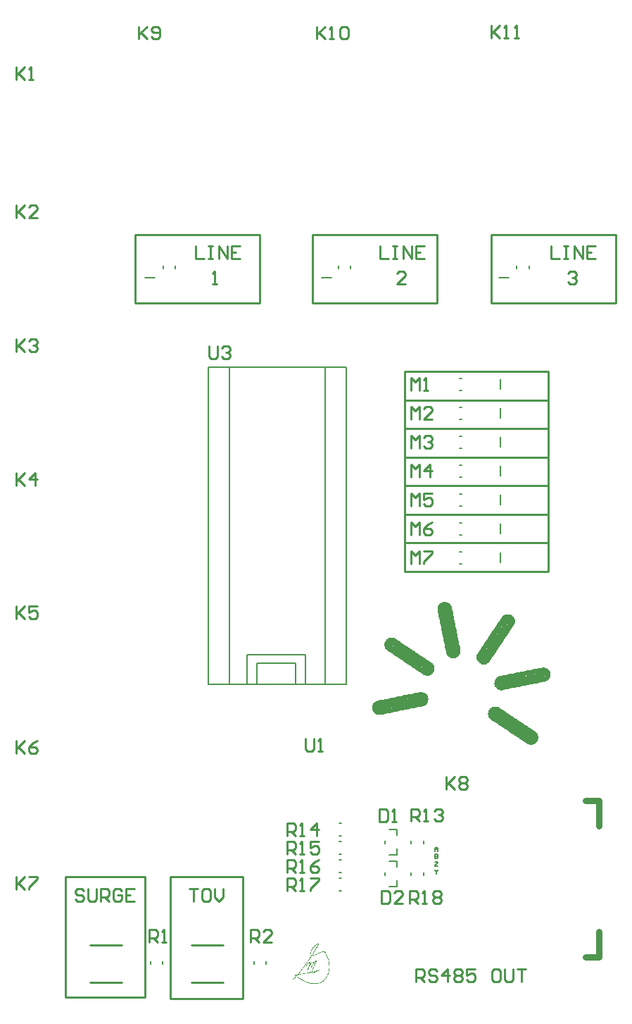
<source format=gto>
G04*
G04 #@! TF.GenerationSoftware,Altium Limited,Altium Designer,21.7.2 (23)*
G04*
G04 Layer_Color=65535*
%FSLAX25Y25*%
%MOIN*%
G70*
G04*
G04 #@! TF.SameCoordinates,2167A7DA-B4CF-4ED0-A09D-CB439950EC41*
G04*
G04*
G04 #@! TF.FilePolarity,Positive*
G04*
G01*
G75*
%ADD10C,0.01000*%
%ADD11C,0.00787*%
%ADD12C,0.00591*%
%ADD13C,0.03000*%
%ADD14C,0.00500*%
G36*
X228218Y28688D02*
X228088D01*
Y28429D01*
X227959D01*
Y28171D01*
X227829D01*
Y27912D01*
X227700D01*
Y27782D01*
X227571D01*
Y27523D01*
X227441D01*
Y27265D01*
X227312D01*
Y27135D01*
X227182D01*
Y26877D01*
X227053D01*
Y26618D01*
X226923D01*
Y26488D01*
X226794D01*
Y26229D01*
X226665D01*
Y25971D01*
X226535D01*
Y25841D01*
X226406D01*
Y25582D01*
X226276D01*
Y25324D01*
X226147D01*
Y25194D01*
X226018D01*
Y24935D01*
X225888D01*
Y24806D01*
X225759D01*
Y24677D01*
X225629D01*
Y24418D01*
X225500D01*
Y24288D01*
X225371D01*
Y24159D01*
X225500D01*
Y24029D01*
X226018D01*
Y24159D01*
X226535D01*
Y24288D01*
X226794D01*
Y24418D01*
X227053D01*
Y24547D01*
X227312D01*
Y24677D01*
X227571D01*
Y24806D01*
X227700D01*
Y24935D01*
X228088D01*
Y25065D01*
X228347D01*
Y25194D01*
X228606D01*
Y25324D01*
X228994D01*
Y25453D01*
X229382D01*
Y25582D01*
X229771D01*
Y25712D01*
X230288D01*
Y25841D01*
X231065D01*
Y25712D01*
X231324D01*
Y25582D01*
X231453D01*
Y25324D01*
X231582D01*
Y25065D01*
X231712D01*
Y24806D01*
X231841D01*
Y24547D01*
X231971D01*
Y24159D01*
X232100D01*
Y23900D01*
X232229D01*
Y23641D01*
X232359D01*
Y23382D01*
X232488D01*
Y23123D01*
X232618D01*
Y22865D01*
X232747D01*
Y22477D01*
X232876D01*
Y22088D01*
X233006D01*
Y21700D01*
X233135D01*
Y21182D01*
X233265D01*
Y20535D01*
X233394D01*
Y19500D01*
X233524D01*
Y17300D01*
X233394D01*
Y16523D01*
X233265D01*
Y16006D01*
X233135D01*
Y15618D01*
X233006D01*
Y15229D01*
X232876D01*
Y14841D01*
X232747D01*
Y14582D01*
X232618D01*
Y14323D01*
X232488D01*
Y14065D01*
X232359D01*
Y13806D01*
X232229D01*
Y13677D01*
X232100D01*
Y13418D01*
X231971D01*
Y13288D01*
X231841D01*
Y13029D01*
X231712D01*
Y12900D01*
X231582D01*
Y12771D01*
X231453D01*
Y12641D01*
X231324D01*
Y12382D01*
X231194D01*
Y12253D01*
X231065D01*
Y12123D01*
X230935D01*
Y11994D01*
X230806D01*
Y11865D01*
X230677D01*
Y11735D01*
X230547D01*
Y11606D01*
X230288D01*
Y11477D01*
X230159D01*
Y11347D01*
X229900D01*
Y11218D01*
X229771D01*
Y11088D01*
X229512D01*
Y10959D01*
X229253D01*
Y10829D01*
X228865D01*
Y10700D01*
X228477D01*
Y10571D01*
X227829D01*
Y10441D01*
X224982D01*
Y10571D01*
X224206D01*
Y10700D01*
X223688D01*
Y10829D01*
X223300D01*
Y10959D01*
X222912D01*
Y11088D01*
X222523D01*
Y11218D01*
X222265D01*
Y11347D01*
X221877D01*
Y11477D01*
X221618D01*
Y11606D01*
X221359D01*
Y11735D01*
X221100D01*
Y11865D01*
X220841D01*
Y11994D01*
X220712D01*
Y12123D01*
X220453D01*
Y12253D01*
X220194D01*
Y12382D01*
X220065D01*
Y12512D01*
X219806D01*
Y12641D01*
X219547D01*
Y12771D01*
X219288D01*
Y12900D01*
X219159D01*
Y13029D01*
X218900D01*
Y13159D01*
X218641D01*
Y13288D01*
X218382D01*
Y13418D01*
X218124D01*
Y13547D01*
X217994D01*
Y13677D01*
X217735D01*
Y13806D01*
X217477D01*
Y13677D01*
X217347D01*
Y13547D01*
X217218D01*
Y13288D01*
X217088D01*
Y13159D01*
X216959D01*
Y13029D01*
X216829D01*
Y12900D01*
X216700D01*
Y12771D01*
X216571D01*
Y12641D01*
X216441D01*
Y12512D01*
X216312D01*
Y12382D01*
X216182D01*
Y12771D01*
X216312D01*
Y13029D01*
X216571D01*
Y13159D01*
X216700D01*
Y13288D01*
X216829D01*
Y13418D01*
X216959D01*
Y13547D01*
X217088D01*
Y13677D01*
X217218D01*
Y13806D01*
X217347D01*
Y14065D01*
X217218D01*
Y14194D01*
X217088D01*
Y14323D01*
X216959D01*
Y14582D01*
X217088D01*
Y14712D01*
X217347D01*
Y14841D01*
X218253D01*
Y14971D01*
X218382D01*
Y15100D01*
X218512D01*
Y15229D01*
X218641D01*
Y15359D01*
X218771D01*
Y15488D01*
X218900D01*
Y15618D01*
X219029D01*
Y15747D01*
X219159D01*
Y16006D01*
X219288D01*
Y16135D01*
X219418D01*
Y16265D01*
X219547D01*
Y16394D01*
X219676D01*
Y16653D01*
X219806D01*
Y16782D01*
X219935D01*
Y16912D01*
X220065D01*
Y17041D01*
X220194D01*
Y17300D01*
X220323D01*
Y17429D01*
X220453D01*
Y17559D01*
X220582D01*
Y17818D01*
X220712D01*
Y17947D01*
X220841D01*
Y18077D01*
X220971D01*
Y18335D01*
X221100D01*
Y18465D01*
X221229D01*
Y18723D01*
X221359D01*
Y18853D01*
X221488D01*
Y19112D01*
X221618D01*
Y19241D01*
X221747D01*
Y19500D01*
X221877D01*
Y19629D01*
X222006D01*
Y19888D01*
X222135D01*
Y20018D01*
X222265D01*
Y20277D01*
X222394D01*
Y20406D01*
X222523D01*
Y20535D01*
X222653D01*
Y20794D01*
X222782D01*
Y20923D01*
X222912D01*
Y21182D01*
X223041D01*
Y21312D01*
X223171D01*
Y21441D01*
X223300D01*
Y21700D01*
X223429D01*
Y21829D01*
X223559D01*
Y22088D01*
X223688D01*
Y22218D01*
X223818D01*
Y22477D01*
X223947D01*
Y22606D01*
X224077D01*
Y22865D01*
X224206D01*
Y22994D01*
X224335D01*
Y23253D01*
X224465D01*
Y23382D01*
X224594D01*
Y23512D01*
X224724D01*
Y23771D01*
X224853D01*
Y24029D01*
X224724D01*
Y24159D01*
X224594D01*
Y24418D01*
X224465D01*
Y25453D01*
X224594D01*
Y25971D01*
X224724D01*
Y26229D01*
X224853D01*
Y26488D01*
X224982D01*
Y26747D01*
X225112D01*
Y27006D01*
X225241D01*
Y27265D01*
X225371D01*
Y27394D01*
X225500D01*
Y27653D01*
X225629D01*
Y27782D01*
X225759D01*
Y27912D01*
X225888D01*
Y28041D01*
X226018D01*
Y28300D01*
X226147D01*
Y28429D01*
X226276D01*
Y28559D01*
X226406D01*
Y28688D01*
X226665D01*
Y28818D01*
X226794D01*
Y28947D01*
X226923D01*
Y29076D01*
X227182D01*
Y29206D01*
X227312D01*
Y29335D01*
X227571D01*
Y29465D01*
X228218D01*
Y28688D01*
D02*
G37*
G36*
X277868Y148224D02*
X278496D01*
Y148015D01*
X278705D01*
Y147806D01*
X279124D01*
Y147596D01*
X279333D01*
Y147387D01*
X279543D01*
Y146968D01*
X279752D01*
Y146758D01*
X279961D01*
Y146340D01*
X280171D01*
Y145502D01*
X280380D01*
Y144665D01*
X280171D01*
Y143827D01*
X279961D01*
Y143408D01*
X279752D01*
Y142989D01*
X279543D01*
Y142780D01*
X279333D01*
Y142570D01*
X279124D01*
Y142361D01*
X278914D01*
Y142152D01*
X278496D01*
Y141942D01*
X278077D01*
Y141733D01*
X277239D01*
Y141524D01*
X275983D01*
Y141314D01*
X275145D01*
Y141105D01*
X274098D01*
Y140895D01*
X273051D01*
Y140686D01*
X271795D01*
Y140477D01*
X270957D01*
Y140267D01*
X270748D01*
Y140477D01*
X270538D01*
Y140267D01*
X269910D01*
Y140058D01*
X268863D01*
Y139848D01*
X267607D01*
Y139639D01*
X266560D01*
Y139429D01*
X265722D01*
Y139220D01*
X264675D01*
Y139011D01*
X263628D01*
Y138801D01*
X262581D01*
Y138592D01*
X261534D01*
Y138382D01*
X260487D01*
Y138173D01*
X259440D01*
Y137964D01*
X258393D01*
Y137754D01*
X255880D01*
Y137964D01*
X255462D01*
Y138173D01*
X255043D01*
Y138382D01*
X254833D01*
Y138592D01*
X254624D01*
Y138801D01*
X254415D01*
Y139011D01*
X254205D01*
Y139220D01*
X253996D01*
Y139639D01*
X253786D01*
Y140267D01*
X253577D01*
Y141733D01*
X253786D01*
Y142361D01*
X253996D01*
Y142780D01*
X254205D01*
Y143199D01*
X254415D01*
Y143408D01*
X254624D01*
Y143617D01*
X254833D01*
Y143827D01*
X255252D01*
Y144036D01*
X255462D01*
Y144246D01*
X256090D01*
Y144455D01*
X257137D01*
Y144665D01*
X258184D01*
Y144874D01*
X259231D01*
Y145083D01*
X260278D01*
Y145293D01*
X261325D01*
Y145502D01*
X262372D01*
Y145712D01*
X263419D01*
Y145921D01*
X264466D01*
Y146130D01*
X265303D01*
Y146340D01*
X266560D01*
Y146549D01*
X267607D01*
Y146758D01*
X268444D01*
Y146968D01*
X269491D01*
Y147177D01*
X270538D01*
Y147387D01*
X271795D01*
Y147596D01*
X272633D01*
Y147806D01*
X273679D01*
Y148015D01*
X274727D01*
Y148224D01*
X275774D01*
Y148434D01*
X277868D01*
Y148224D01*
D02*
G37*
G36*
X325611Y124981D02*
X325402D01*
Y125190D01*
X325192D01*
Y125400D01*
X324774D01*
Y125609D01*
X324564D01*
Y125818D01*
X324145D01*
Y126028D01*
X323936D01*
Y126237D01*
X323517D01*
Y126447D01*
X323308D01*
Y126656D01*
X322889D01*
Y126865D01*
X322679D01*
Y127075D01*
X322261D01*
Y127284D01*
X322051D01*
Y127494D01*
X321633D01*
Y127703D01*
X321423D01*
Y127912D01*
X321004D01*
Y128122D01*
X320795D01*
Y128331D01*
X320585D01*
Y128541D01*
X320167D01*
Y128750D01*
X319748D01*
Y128959D01*
X319538D01*
Y129169D01*
X319120D01*
Y129378D01*
X318910D01*
Y129588D01*
X318491D01*
Y129797D01*
X318282D01*
Y130006D01*
X317863D01*
Y130216D01*
X317654D01*
Y130425D01*
X317235D01*
Y130635D01*
X317026D01*
Y130844D01*
X316607D01*
Y131053D01*
X316397D01*
Y131263D01*
X315979D01*
Y131472D01*
X315769D01*
Y131682D01*
X315350D01*
Y131891D01*
X315141D01*
Y132100D01*
X314722D01*
Y132310D01*
X314513D01*
Y132519D01*
X314094D01*
Y132729D01*
X313885D01*
Y132938D01*
X313466D01*
Y133147D01*
X313256D01*
Y133357D01*
X312838D01*
Y133566D01*
X312628D01*
Y133776D01*
X312209D01*
Y133985D01*
X312000D01*
Y134194D01*
X311581D01*
Y134404D01*
X311372D01*
Y134613D01*
X310953D01*
Y134823D01*
X310534D01*
Y135032D01*
X310325D01*
Y135241D01*
X310115D01*
Y135451D01*
X309697D01*
Y135660D01*
X309487D01*
Y135870D01*
X309278D01*
Y136288D01*
X309068D01*
Y136498D01*
X308859D01*
Y136917D01*
X308650D01*
Y137964D01*
X308440D01*
Y138382D01*
X308650D01*
Y139429D01*
X308859D01*
Y139848D01*
X309068D01*
Y140267D01*
X309278D01*
Y140477D01*
X309487D01*
Y140686D01*
X309697D01*
Y140895D01*
X309906D01*
Y141105D01*
X310325D01*
Y141314D01*
X310744D01*
Y141524D01*
X313256D01*
Y141314D01*
X313675D01*
Y141105D01*
X313885D01*
Y140895D01*
X314303D01*
Y140686D01*
X314513D01*
Y140477D01*
X314932D01*
Y140267D01*
X315350D01*
Y140058D01*
X315560D01*
Y139848D01*
X315769D01*
Y139639D01*
X316188D01*
Y139429D01*
X316607D01*
Y139220D01*
X316816D01*
Y139011D01*
X317026D01*
Y138801D01*
X317444D01*
Y138592D01*
X317863D01*
Y138382D01*
X318073D01*
Y138173D01*
X318491D01*
Y137964D01*
X318701D01*
Y137754D01*
X318910D01*
Y137545D01*
X319329D01*
Y137336D01*
X319538D01*
Y137126D01*
X319957D01*
Y136917D01*
X320376D01*
Y136707D01*
X320585D01*
Y136498D01*
X320795D01*
Y136288D01*
X321214D01*
Y136079D01*
X321423D01*
Y135870D01*
X321842D01*
Y135660D01*
X322261D01*
Y135451D01*
X322470D01*
Y135241D01*
X322889D01*
Y135032D01*
X323098D01*
Y134823D01*
X323308D01*
Y134613D01*
X323727D01*
Y134404D01*
X324145D01*
Y134194D01*
X324355D01*
Y133985D01*
X324564D01*
Y133776D01*
X324983D01*
Y133566D01*
X325402D01*
Y133357D01*
X325611D01*
Y133147D01*
X325820D01*
Y132938D01*
X326239D01*
Y132729D01*
X326658D01*
Y132519D01*
X326868D01*
Y132310D01*
X327286D01*
Y132100D01*
X327496D01*
Y131891D01*
X327915D01*
Y131682D01*
X328124D01*
Y131472D01*
X328543D01*
Y131263D01*
X328752D01*
Y131053D01*
X329171D01*
Y130844D01*
X329380D01*
Y130635D01*
X329799D01*
Y130425D01*
X330009D01*
Y130216D01*
X330427D01*
Y130006D01*
X330637D01*
Y129797D01*
X331055D01*
Y129588D01*
X331265D01*
Y129378D01*
X331474D01*
Y129169D01*
X331684D01*
Y128750D01*
X331893D01*
Y128541D01*
X332103D01*
Y127912D01*
X332312D01*
Y126028D01*
X332103D01*
Y125609D01*
X331893D01*
Y125190D01*
X331684D01*
Y124771D01*
X331474D01*
Y124562D01*
X331265D01*
Y124353D01*
X331055D01*
Y124143D01*
X330637D01*
Y123934D01*
X330218D01*
Y123724D01*
X329590D01*
Y123515D01*
X328124D01*
Y123724D01*
X327496D01*
Y123934D01*
X327077D01*
Y124143D01*
X326658D01*
Y124353D01*
X326449D01*
Y124562D01*
X326030D01*
Y124771D01*
X325820D01*
Y124981D01*
X325611D01*
D02*
G37*
G36*
X263628Y173981D02*
X264256D01*
Y173771D01*
X264675D01*
Y173562D01*
X264885D01*
Y173353D01*
X265303D01*
Y173143D01*
X265722D01*
Y172934D01*
X265932D01*
Y172724D01*
X266350D01*
Y172515D01*
X266560D01*
Y172306D01*
X266979D01*
Y172096D01*
X267188D01*
Y171887D01*
X267607D01*
Y171677D01*
X267816D01*
Y171468D01*
X268026D01*
Y171258D01*
X268444D01*
Y171049D01*
X268863D01*
Y170840D01*
X269073D01*
Y170630D01*
X269491D01*
Y170421D01*
X269701D01*
Y170212D01*
X269910D01*
Y170002D01*
X270329D01*
Y169793D01*
X270748D01*
Y169583D01*
X270957D01*
Y169374D01*
X271376D01*
Y169165D01*
X271585D01*
Y168955D01*
X272004D01*
Y168746D01*
X272214D01*
Y168536D01*
X272633D01*
Y168327D01*
X272842D01*
Y168117D01*
X273261D01*
Y167908D01*
X273470D01*
Y167699D01*
X273889D01*
Y167489D01*
X274098D01*
Y167280D01*
X274517D01*
Y167070D01*
X274727D01*
Y166861D01*
X275145D01*
Y166652D01*
X275355D01*
Y166442D01*
X275774D01*
Y166233D01*
X275983D01*
Y166024D01*
X276192D01*
Y165814D01*
X276611D01*
Y165605D01*
X277030D01*
Y165395D01*
X277239D01*
Y165186D01*
X277658D01*
Y164977D01*
X277868D01*
Y164767D01*
X278286D01*
Y164558D01*
X278496D01*
Y164348D01*
X278914D01*
Y164139D01*
X279124D01*
Y163929D01*
X279543D01*
Y163720D01*
X279752D01*
Y163511D01*
X280171D01*
Y163301D01*
X280380D01*
Y163092D01*
X280799D01*
Y162882D01*
X281009D01*
Y162673D01*
X281427D01*
Y162464D01*
X281637D01*
Y162254D01*
X282055D01*
Y162045D01*
X282265D01*
Y161836D01*
X282474D01*
Y161417D01*
X282684D01*
Y160998D01*
X282893D01*
Y160579D01*
X283103D01*
Y158694D01*
X282893D01*
Y158066D01*
X282684D01*
Y157647D01*
X282474D01*
Y157438D01*
X282265D01*
Y157229D01*
X282055D01*
Y157019D01*
X281846D01*
Y156810D01*
X281637D01*
Y156600D01*
X281218D01*
Y156391D01*
X280590D01*
Y156182D01*
X278914D01*
Y156391D01*
X278286D01*
Y156600D01*
X277868D01*
Y156810D01*
X277658D01*
Y157019D01*
X277449D01*
Y157229D01*
X277030D01*
Y157438D01*
X276611D01*
Y157647D01*
X276402D01*
Y157857D01*
X275983D01*
Y158066D01*
X275774D01*
Y158276D01*
X275355D01*
Y158485D01*
X275145D01*
Y158694D01*
X274727D01*
Y158904D01*
X274517D01*
Y159113D01*
X274098D01*
Y159323D01*
X273889D01*
Y159532D01*
X273679D01*
Y159741D01*
X273261D01*
Y159951D01*
X272842D01*
Y160160D01*
X272633D01*
Y160370D01*
X272214D01*
Y160579D01*
X272004D01*
Y160789D01*
X271795D01*
Y160998D01*
X271376D01*
Y161207D01*
X270957D01*
Y161417D01*
X270748D01*
Y161626D01*
X270329D01*
Y161836D01*
X270120D01*
Y162045D01*
X269701D01*
Y162254D01*
X269491D01*
Y162464D01*
X269073D01*
Y162673D01*
X268863D01*
Y162882D01*
X268444D01*
Y163092D01*
X268235D01*
Y163301D01*
X267816D01*
Y163511D01*
X267607D01*
Y163720D01*
X267188D01*
Y163929D01*
X266979D01*
Y164139D01*
X266560D01*
Y164348D01*
X266350D01*
Y164558D01*
X265932D01*
Y164767D01*
X265722D01*
Y164977D01*
X265303D01*
Y165186D01*
X265094D01*
Y165395D01*
X264675D01*
Y165605D01*
X264256D01*
Y165814D01*
X264047D01*
Y166024D01*
X263838D01*
Y166233D01*
X263419D01*
Y166442D01*
X263209D01*
Y166652D01*
X262791D01*
Y166861D01*
X262581D01*
Y167070D01*
X262162D01*
Y167280D01*
X261953D01*
Y167489D01*
X261534D01*
Y167699D01*
X261325D01*
Y167908D01*
X260906D01*
Y168117D01*
X260697D01*
Y168327D01*
X260487D01*
Y168536D01*
X260278D01*
Y168746D01*
X260068D01*
Y168955D01*
X259859D01*
Y169374D01*
X259650D01*
Y170002D01*
X259440D01*
Y171677D01*
X259650D01*
Y172306D01*
X259859D01*
Y172515D01*
X260068D01*
Y172934D01*
X260278D01*
Y173143D01*
X260487D01*
Y173353D01*
X260697D01*
Y173562D01*
X261115D01*
Y173771D01*
X261325D01*
Y173981D01*
X261953D01*
Y174190D01*
X263628D01*
Y173981D01*
D02*
G37*
G36*
X284987Y189058D02*
Y189477D01*
X285197D01*
Y189895D01*
X285406D01*
Y190105D01*
X285615D01*
Y190314D01*
X285825D01*
Y190524D01*
X286244D01*
Y190733D01*
X286662D01*
Y190942D01*
X287081D01*
Y191152D01*
X288756D01*
Y190942D01*
X289594D01*
Y190733D01*
X289803D01*
Y190524D01*
X290222D01*
Y190314D01*
X290432D01*
Y190105D01*
X290641D01*
Y189895D01*
X290850D01*
Y189477D01*
X291060D01*
Y189058D01*
X291269D01*
Y188429D01*
X291479D01*
Y187592D01*
X291688D01*
Y186545D01*
X291897D01*
Y185289D01*
X292107D01*
Y184451D01*
X292316D01*
Y183404D01*
X292526D01*
Y182357D01*
X292735D01*
Y181100D01*
X292944D01*
Y180263D01*
X293154D01*
Y179216D01*
X293363D01*
Y178169D01*
X293573D01*
Y177122D01*
X293782D01*
Y176075D01*
X293991D01*
Y175028D01*
X294201D01*
Y173981D01*
X294410D01*
Y172934D01*
X294620D01*
Y171887D01*
X294829D01*
Y170840D01*
X295039D01*
Y170002D01*
X295248D01*
Y168955D01*
X295457D01*
Y166861D01*
X295248D01*
Y166442D01*
X295039D01*
Y166024D01*
X294829D01*
Y165605D01*
X294620D01*
Y165395D01*
X294410D01*
Y165186D01*
X293991D01*
Y164977D01*
X293782D01*
Y164767D01*
X293363D01*
Y164558D01*
X292526D01*
Y164348D01*
X291479D01*
Y164558D01*
X290641D01*
Y164767D01*
X290222D01*
Y164977D01*
X290013D01*
Y165186D01*
X289803D01*
Y165395D01*
X289594D01*
Y165605D01*
X289385D01*
Y165814D01*
X289175D01*
Y166024D01*
X288966D01*
Y166442D01*
X288756D01*
Y167280D01*
X288547D01*
Y168117D01*
X288338D01*
Y169165D01*
X288128D01*
Y170212D01*
X287919D01*
Y171468D01*
X287709D01*
Y172306D01*
X287500D01*
Y173353D01*
X287291D01*
Y174400D01*
X287081D01*
Y175656D01*
X286872D01*
Y176494D01*
X286662D01*
Y177541D01*
X286453D01*
Y178588D01*
X286244D01*
Y179635D01*
X286034D01*
Y180682D01*
X285825D01*
Y181729D01*
X285615D01*
Y182776D01*
X285406D01*
Y183823D01*
X285197D01*
Y184660D01*
X284987D01*
Y185707D01*
X284778D01*
Y186964D01*
X284568D01*
Y188429D01*
X284778D01*
Y189058D01*
X284987D01*
D02*
G37*
G36*
X335244Y159951D02*
X336081D01*
Y159741D01*
X336500D01*
Y159532D01*
X336709D01*
Y159323D01*
X336919D01*
Y159113D01*
X337128D01*
Y158904D01*
X337338D01*
Y158694D01*
X337547D01*
Y158485D01*
X337756D01*
Y158066D01*
X337966D01*
Y157229D01*
X338175D01*
Y156391D01*
X337966D01*
Y155344D01*
X337756D01*
Y154925D01*
X337547D01*
Y154716D01*
X337338D01*
Y154506D01*
X337128D01*
Y154297D01*
X336919D01*
Y154088D01*
X336709D01*
Y153878D01*
X336291D01*
Y153669D01*
X336081D01*
Y153459D01*
X335244D01*
Y153250D01*
X335034D01*
Y153459D01*
X334825D01*
Y153250D01*
X333987D01*
Y153041D01*
X332940D01*
Y152831D01*
X332103D01*
Y152622D01*
X331055D01*
Y152412D01*
X330009D01*
Y152203D01*
X328961D01*
Y151994D01*
X327915D01*
Y151784D01*
X326868D01*
Y151575D01*
X325820D01*
Y151365D01*
X324774D01*
Y151156D01*
X323727D01*
Y150947D01*
X322679D01*
Y150737D01*
X321633D01*
Y150528D01*
X320585D01*
Y150318D01*
X319538D01*
Y150109D01*
X318491D01*
Y149900D01*
X317654D01*
Y149690D01*
X316397D01*
Y149481D01*
X315350D01*
Y149271D01*
X314513D01*
Y149481D01*
X313466D01*
Y149690D01*
X313047D01*
Y149900D01*
X312838D01*
Y150109D01*
X312628D01*
Y150318D01*
X312419D01*
Y150528D01*
X312209D01*
Y150737D01*
X312000D01*
Y150947D01*
X311791D01*
Y151365D01*
X311581D01*
Y152203D01*
X311372D01*
Y152412D01*
X311581D01*
Y152622D01*
X311372D01*
Y152831D01*
X311581D01*
Y153041D01*
X311372D01*
Y153250D01*
X311581D01*
Y154088D01*
X311791D01*
Y154297D01*
X312000D01*
Y154716D01*
X312209D01*
Y154925D01*
X312419D01*
Y155135D01*
X312628D01*
Y155344D01*
X312838D01*
Y155553D01*
X313047D01*
Y155763D01*
X313675D01*
Y155972D01*
X314303D01*
Y156182D01*
X315350D01*
Y156391D01*
X316397D01*
Y156600D01*
X317444D01*
Y156810D01*
X318491D01*
Y157019D01*
X319538D01*
Y157229D01*
X320585D01*
Y157438D01*
X321633D01*
Y157647D01*
X322679D01*
Y157857D01*
X323727D01*
Y158066D01*
X324774D01*
Y158276D01*
X325402D01*
Y158066D01*
X325611D01*
Y158276D01*
X325820D01*
Y158485D01*
X326868D01*
Y158694D01*
X327705D01*
Y158904D01*
X328961D01*
Y159113D01*
X330009D01*
Y159323D01*
X331055D01*
Y159532D01*
X331893D01*
Y159741D01*
X333150D01*
Y159951D01*
X333987D01*
Y160160D01*
X335244D01*
Y159951D01*
D02*
G37*
G36*
X318701Y185079D02*
X319329D01*
Y184870D01*
X319538D01*
Y184660D01*
X319957D01*
Y184451D01*
X320167D01*
Y184241D01*
X320376D01*
Y184032D01*
X320585D01*
Y183613D01*
X320795D01*
Y183404D01*
X321004D01*
Y182776D01*
X321214D01*
Y181100D01*
X321004D01*
Y180472D01*
X320795D01*
Y180053D01*
X320585D01*
Y179844D01*
X320376D01*
Y179425D01*
X320167D01*
Y179216D01*
X319957D01*
Y178797D01*
X319748D01*
Y178588D01*
X319538D01*
Y178169D01*
X319329D01*
Y177959D01*
X319120D01*
Y177541D01*
X318910D01*
Y177331D01*
X318701D01*
Y176912D01*
X318491D01*
Y176494D01*
X318282D01*
Y176284D01*
X318073D01*
Y175865D01*
X317863D01*
Y175656D01*
X317654D01*
Y175237D01*
X317444D01*
Y175028D01*
X317235D01*
Y174818D01*
X317026D01*
Y174400D01*
X316816D01*
Y173981D01*
X316607D01*
Y173771D01*
X316397D01*
Y173353D01*
X316188D01*
Y173143D01*
X315979D01*
Y172724D01*
X315769D01*
Y172515D01*
X315560D01*
Y172096D01*
X315350D01*
Y171887D01*
X315141D01*
Y171677D01*
X314932D01*
Y171258D01*
X314722D01*
Y170840D01*
X314513D01*
Y170630D01*
X314303D01*
Y170421D01*
X314094D01*
Y170002D01*
X313885D01*
Y169793D01*
X313675D01*
Y169374D01*
X313466D01*
Y168955D01*
X313256D01*
Y168746D01*
X313047D01*
Y168536D01*
X312838D01*
Y168117D01*
X312628D01*
Y167699D01*
X312419D01*
Y167489D01*
X312209D01*
Y167070D01*
X312000D01*
Y166861D01*
X311791D01*
Y166442D01*
X311581D01*
Y166233D01*
X311372D01*
Y165814D01*
X311162D01*
Y165605D01*
X310953D01*
Y165186D01*
X310744D01*
Y164977D01*
X310534D01*
Y164558D01*
X310325D01*
Y164348D01*
X310115D01*
Y163929D01*
X309906D01*
Y163720D01*
X309697D01*
Y163301D01*
X309487D01*
Y163092D01*
X309278D01*
Y162882D01*
X309068D01*
Y162673D01*
Y162464D01*
X308650D01*
Y162254D01*
X308440D01*
Y162045D01*
X308021D01*
Y161836D01*
X307603D01*
Y161626D01*
X305508D01*
Y161836D01*
X305090D01*
Y162045D01*
X304671D01*
Y162254D01*
X304462D01*
Y162464D01*
X304252D01*
Y162673D01*
X304043D01*
Y162882D01*
X303833D01*
Y163092D01*
X303624D01*
Y163511D01*
X303415D01*
Y163929D01*
X303205D01*
Y166024D01*
X303415D01*
Y166442D01*
X303624D01*
Y166861D01*
X303833D01*
Y167280D01*
X304043D01*
Y167489D01*
X304252D01*
Y167908D01*
X304462D01*
Y168117D01*
X304671D01*
Y168536D01*
X304880D01*
Y168746D01*
X305090D01*
Y169165D01*
X305299D01*
Y169374D01*
X305508D01*
Y169793D01*
X305718D01*
Y170002D01*
X305927D01*
Y170421D01*
X306137D01*
Y170630D01*
X306346D01*
Y171049D01*
X306556D01*
Y171258D01*
X306765D01*
Y171677D01*
X306974D01*
Y171887D01*
X307184D01*
Y172306D01*
X307393D01*
Y172515D01*
X307603D01*
Y172934D01*
X307812D01*
Y173143D01*
X308021D01*
Y173562D01*
X308231D01*
Y173771D01*
X308440D01*
Y174190D01*
X308650D01*
Y174400D01*
X308859D01*
Y174818D01*
X309068D01*
Y175028D01*
X309278D01*
Y175447D01*
X309487D01*
Y175656D01*
X309697D01*
Y176075D01*
X309906D01*
Y176284D01*
X310115D01*
Y176703D01*
X310325D01*
Y176912D01*
X310534D01*
Y177331D01*
X310744D01*
Y177541D01*
X310953D01*
Y177959D01*
X311162D01*
Y178169D01*
X311372D01*
Y178588D01*
X311581D01*
Y178797D01*
X311791D01*
Y179216D01*
X312000D01*
Y179425D01*
X312209D01*
Y179844D01*
X312419D01*
Y180053D01*
X312628D01*
Y180472D01*
X312838D01*
Y180682D01*
X313047D01*
Y181100D01*
X313256D01*
Y181310D01*
X313466D01*
Y181729D01*
X313675D01*
Y181938D01*
X313885D01*
Y182357D01*
X314094D01*
Y182566D01*
X314303D01*
Y182985D01*
X314513D01*
Y183194D01*
X314722D01*
Y183613D01*
X314932D01*
Y183823D01*
X315141D01*
Y184241D01*
X315350D01*
Y184451D01*
X315769D01*
Y184660D01*
X315979D01*
Y184870D01*
X316397D01*
Y185079D01*
X317026D01*
Y185289D01*
X318701D01*
Y185079D01*
D02*
G37*
%LPC*%
G36*
X231065Y25582D02*
X230288D01*
Y25453D01*
X229771D01*
Y25324D01*
X229382D01*
Y25194D01*
X228994D01*
Y25065D01*
X228735D01*
Y24935D01*
X228347D01*
Y24806D01*
X228088D01*
Y24677D01*
X227829D01*
Y24547D01*
X227571D01*
Y24418D01*
X227312D01*
Y24288D01*
X227053D01*
Y24159D01*
X226923D01*
Y24029D01*
X226535D01*
Y23900D01*
X226147D01*
Y23771D01*
X225371D01*
Y23900D01*
X225112D01*
Y23641D01*
X224982D01*
Y23512D01*
X224853D01*
Y23253D01*
X224724D01*
Y23123D01*
X224594D01*
Y22865D01*
X224465D01*
Y22735D01*
X224335D01*
Y22477D01*
X224206D01*
Y22347D01*
X224077D01*
Y22088D01*
X223947D01*
Y21959D01*
X223818D01*
Y21829D01*
X223688D01*
Y21571D01*
X223559D01*
Y21441D01*
X223429D01*
Y21182D01*
X223300D01*
Y21053D01*
X223171D01*
Y20794D01*
X223041D01*
Y20665D01*
X222912D01*
Y20535D01*
X222782D01*
Y20277D01*
X222653D01*
Y20147D01*
X222523D01*
Y20018D01*
X222394D01*
Y19759D01*
X222265D01*
Y19629D01*
X222135D01*
Y19371D01*
X222006D01*
Y19241D01*
X221877D01*
Y18982D01*
X221747D01*
Y18853D01*
X221618D01*
Y18594D01*
X221488D01*
Y18465D01*
X221359D01*
Y18206D01*
X221229D01*
Y18077D01*
X221100D01*
Y17818D01*
X220971D01*
Y17688D01*
X220841D01*
Y17559D01*
X220712D01*
Y17300D01*
X220582D01*
Y17171D01*
X220453D01*
Y17041D01*
X220323D01*
Y16782D01*
X220194D01*
Y16653D01*
X220065D01*
Y16523D01*
X219935D01*
Y16394D01*
X219806D01*
Y16135D01*
X219676D01*
Y16006D01*
X219547D01*
Y15877D01*
X219418D01*
Y15747D01*
X219288D01*
Y15618D01*
X219159D01*
Y15359D01*
X219029D01*
Y15229D01*
X218900D01*
Y15100D01*
X218771D01*
Y14971D01*
X219288D01*
Y15100D01*
X219935D01*
Y15229D01*
X220582D01*
Y15359D01*
X221100D01*
Y15488D01*
X221877D01*
Y15618D01*
X222653D01*
Y15747D01*
X223429D01*
Y15877D01*
X224077D01*
Y16006D01*
X224724D01*
Y16135D01*
X225112D01*
Y16782D01*
X225241D01*
Y17171D01*
X225371D01*
Y17429D01*
X225500D01*
Y17818D01*
X225629D01*
Y18206D01*
X225759D01*
Y18594D01*
X225888D01*
Y18853D01*
X226018D01*
Y19241D01*
X226147D01*
Y19500D01*
X226276D01*
Y19759D01*
X226406D01*
Y20018D01*
X226535D01*
Y20277D01*
X226665D01*
Y20535D01*
X226794D01*
Y20794D01*
X226665D01*
Y20665D01*
X226535D01*
Y20535D01*
X226406D01*
Y20406D01*
X226276D01*
Y20277D01*
X226147D01*
Y20018D01*
X226018D01*
Y19888D01*
X225888D01*
Y19759D01*
X225759D01*
Y19500D01*
X225629D01*
Y19371D01*
X225500D01*
Y19112D01*
X225371D01*
Y18853D01*
X225241D01*
Y18594D01*
X225112D01*
Y18335D01*
X224982D01*
Y18206D01*
X224853D01*
Y18335D01*
X224724D01*
Y18465D01*
X224853D01*
Y18723D01*
X224982D01*
Y18982D01*
X225112D01*
Y19241D01*
X225241D01*
Y19500D01*
X225371D01*
Y19629D01*
X225500D01*
Y19888D01*
X225629D01*
Y20277D01*
X225759D01*
Y20665D01*
X225371D01*
Y20535D01*
X225241D01*
Y20406D01*
X225112D01*
Y20277D01*
X224982D01*
Y20147D01*
X224853D01*
Y20018D01*
X224724D01*
Y19759D01*
X224594D01*
Y19629D01*
X224465D01*
Y19500D01*
X224335D01*
Y19241D01*
X224206D01*
Y19112D01*
X224077D01*
Y18853D01*
X223947D01*
Y18594D01*
X223818D01*
Y18206D01*
X223688D01*
Y17947D01*
X223559D01*
Y17559D01*
X223429D01*
Y17171D01*
X223300D01*
Y16912D01*
X223171D01*
Y16653D01*
X222912D01*
Y17171D01*
X223041D01*
Y17559D01*
X223171D01*
Y17818D01*
X223300D01*
Y18077D01*
X223429D01*
Y18335D01*
X223559D01*
Y18723D01*
X223688D01*
Y18982D01*
X223818D01*
Y19371D01*
X223947D01*
Y19759D01*
X224077D01*
Y20406D01*
X223947D01*
Y20277D01*
X223688D01*
Y20147D01*
X223559D01*
Y20018D01*
X223429D01*
Y19888D01*
X223300D01*
Y19759D01*
X223171D01*
Y19629D01*
X223041D01*
Y19500D01*
X222912D01*
Y19371D01*
X222782D01*
Y19112D01*
X222653D01*
Y18853D01*
X222523D01*
Y18594D01*
X222394D01*
Y19112D01*
X222523D01*
Y19371D01*
X222653D01*
Y19629D01*
X222782D01*
Y19759D01*
X222912D01*
Y19888D01*
X223041D01*
Y20018D01*
X223171D01*
Y20147D01*
X223300D01*
Y20277D01*
X223429D01*
Y20406D01*
X223559D01*
Y20535D01*
X223818D01*
Y20665D01*
X224335D01*
Y19888D01*
X224465D01*
Y20018D01*
X224594D01*
Y20277D01*
X224724D01*
Y20406D01*
X224853D01*
Y20535D01*
X224982D01*
Y20665D01*
X225112D01*
Y20794D01*
X225371D01*
Y20923D01*
X225888D01*
Y20665D01*
X226018D01*
Y20535D01*
X226147D01*
Y20665D01*
X226276D01*
Y20794D01*
X226406D01*
Y20923D01*
X226535D01*
Y21053D01*
X226665D01*
Y21182D01*
X226794D01*
Y21312D01*
X226923D01*
Y21441D01*
X227053D01*
Y21571D01*
X227312D01*
Y20923D01*
X227182D01*
Y20665D01*
X227053D01*
Y20406D01*
X226923D01*
Y20147D01*
X226794D01*
Y19888D01*
X226665D01*
Y19629D01*
X226535D01*
Y19371D01*
X226406D01*
Y19112D01*
X226276D01*
Y18853D01*
X226147D01*
Y18465D01*
X226018D01*
Y18206D01*
X225888D01*
Y17818D01*
X225759D01*
Y17429D01*
X225629D01*
Y17041D01*
X225500D01*
Y16653D01*
X225371D01*
Y16265D01*
X226147D01*
Y16394D01*
X226665D01*
Y16523D01*
X227053D01*
Y16653D01*
X227312D01*
Y16782D01*
X227571D01*
Y16912D01*
X228218D01*
Y17041D01*
X228735D01*
Y16782D01*
X228477D01*
Y16653D01*
X228218D01*
Y16523D01*
X227829D01*
Y16394D01*
X227441D01*
Y16265D01*
X227182D01*
Y16135D01*
X226923D01*
Y16006D01*
X226665D01*
Y15877D01*
X226535D01*
Y15747D01*
X226276D01*
Y15618D01*
X226018D01*
Y15488D01*
X225888D01*
Y15359D01*
X225371D01*
Y15488D01*
X225241D01*
Y15747D01*
X225112D01*
Y15877D01*
X224982D01*
Y15747D01*
X224335D01*
Y15618D01*
X223688D01*
Y15488D01*
X222912D01*
Y15359D01*
X222135D01*
Y15229D01*
X221359D01*
Y15100D01*
X220712D01*
Y14971D01*
X220065D01*
Y14841D01*
X219418D01*
Y14712D01*
X218641D01*
Y14582D01*
X218253D01*
Y14453D01*
X218124D01*
Y14323D01*
X217994D01*
Y14194D01*
X217865D01*
Y13935D01*
X218124D01*
Y13806D01*
X218253D01*
Y13677D01*
X218512D01*
Y13547D01*
X218771D01*
Y13418D01*
X219029D01*
Y13288D01*
X219288D01*
Y13159D01*
X219418D01*
Y13029D01*
X219676D01*
Y12900D01*
X219935D01*
Y12771D01*
X220194D01*
Y12641D01*
X220323D01*
Y12512D01*
X220582D01*
Y12382D01*
X220841D01*
Y12253D01*
X220971D01*
Y12123D01*
X221229D01*
Y11994D01*
X221488D01*
Y11865D01*
X221747D01*
Y11735D01*
X222006D01*
Y11606D01*
X222394D01*
Y11477D01*
X222653D01*
Y11347D01*
X223041D01*
Y11218D01*
X223429D01*
Y11088D01*
X223947D01*
Y10959D01*
X224465D01*
Y10829D01*
X225241D01*
Y10700D01*
X227571D01*
Y10829D01*
X228347D01*
Y10959D01*
X228735D01*
Y11088D01*
X228994D01*
Y11218D01*
X229382D01*
Y11347D01*
X229641D01*
Y11477D01*
X229771D01*
Y11606D01*
X230029D01*
Y11735D01*
X230159D01*
Y11865D01*
X230288D01*
Y11994D01*
X230547D01*
Y12123D01*
X230677D01*
Y12253D01*
X230806D01*
Y12382D01*
X230935D01*
Y12512D01*
X231065D01*
Y12771D01*
X231194D01*
Y12900D01*
X231324D01*
Y13029D01*
X231453D01*
Y13159D01*
X231582D01*
Y13418D01*
X231712D01*
Y13547D01*
X231841D01*
Y13806D01*
X231971D01*
Y14065D01*
X232100D01*
Y14194D01*
X232229D01*
Y14453D01*
X232359D01*
Y14712D01*
X232488D01*
Y14971D01*
X232618D01*
Y15359D01*
X232747D01*
Y15747D01*
X232876D01*
Y16135D01*
X233006D01*
Y16782D01*
X233135D01*
Y17688D01*
X233265D01*
Y19112D01*
X233135D01*
Y20277D01*
X233006D01*
Y21053D01*
X232876D01*
Y21571D01*
X232747D01*
Y21959D01*
X232618D01*
Y22347D01*
X232488D01*
Y22735D01*
X232359D01*
Y22994D01*
X232229D01*
Y23253D01*
X232100D01*
Y23512D01*
X231971D01*
Y23771D01*
X231841D01*
Y24159D01*
X231712D01*
Y24418D01*
X231582D01*
Y24677D01*
X231453D01*
Y24935D01*
X231324D01*
Y25194D01*
X231194D01*
Y25453D01*
X231065D01*
Y25582D01*
D02*
G37*
G36*
X226923Y20923D02*
X226794D01*
Y20794D01*
X226923D01*
Y20923D01*
D02*
G37*
G36*
X226147Y16006D02*
X225629D01*
Y15877D01*
X225500D01*
Y15618D01*
X225629D01*
Y15747D01*
X225888D01*
Y15877D01*
X226147D01*
Y16006D01*
D02*
G37*
G36*
X217865Y14582D02*
X217477D01*
Y14453D01*
X217347D01*
Y14323D01*
X217477D01*
Y14194D01*
X217735D01*
Y14323D01*
X217865D01*
Y14453D01*
Y14582D01*
D02*
G37*
G36*
X227959Y29206D02*
X227700D01*
Y29076D01*
X227441D01*
Y28947D01*
X227182D01*
Y28818D01*
X227053D01*
Y28688D01*
X226923D01*
Y28559D01*
X226665D01*
Y28429D01*
X226535D01*
Y28300D01*
X226406D01*
Y28171D01*
X226276D01*
Y27912D01*
X226147D01*
Y27782D01*
X226018D01*
Y27653D01*
X225888D01*
Y27523D01*
X225759D01*
Y27265D01*
X225629D01*
Y27135D01*
X225500D01*
Y26877D01*
X225371D01*
Y26747D01*
X225241D01*
Y26488D01*
X225112D01*
Y26229D01*
X224982D01*
Y25841D01*
X224853D01*
Y25453D01*
X224724D01*
Y24547D01*
X224853D01*
Y24288D01*
X224982D01*
Y24159D01*
X225112D01*
Y24288D01*
X225241D01*
Y24547D01*
X225371D01*
Y24677D01*
X225500D01*
Y24935D01*
X225629D01*
Y25065D01*
X225759D01*
Y25324D01*
X225888D01*
Y25453D01*
X226018D01*
Y25712D01*
X226147D01*
Y25971D01*
X226276D01*
Y26100D01*
X226406D01*
Y26359D01*
X226535D01*
Y26618D01*
X226665D01*
Y26747D01*
X226794D01*
Y27006D01*
X226923D01*
Y27135D01*
X227053D01*
Y27394D01*
X227182D01*
Y27653D01*
X227312D01*
Y27782D01*
X227441D01*
Y28041D01*
X227571D01*
Y28171D01*
X227700D01*
Y28429D01*
X227829D01*
Y28688D01*
X227959D01*
Y29206D01*
D02*
G37*
G36*
X270748Y145502D02*
X270538D01*
Y145293D01*
X270748D01*
Y145502D01*
D02*
G37*
G36*
X274098Y142989D02*
X273889D01*
Y142780D01*
X274098D01*
Y142989D01*
D02*
G37*
G36*
X272004Y142570D02*
X271795D01*
Y142361D01*
X272004D01*
Y142570D01*
D02*
G37*
G36*
X259440Y141942D02*
X259231D01*
Y141733D01*
X259440D01*
Y141942D01*
D02*
G37*
G36*
X263000Y141105D02*
X262791D01*
Y140895D01*
X263000D01*
Y141105D01*
D02*
G37*
G36*
X258812D02*
X258603D01*
Y140895D01*
X258812D01*
Y141105D01*
D02*
G37*
G36*
X273889Y146549D02*
X273679D01*
Y146340D01*
X273889D01*
Y146549D01*
D02*
G37*
G36*
X277239Y160370D02*
X277030D01*
Y160160D01*
X277239D01*
Y160370D01*
D02*
G37*
G36*
X263628Y170421D02*
X263419D01*
Y170212D01*
X263628D01*
Y170421D01*
D02*
G37*
G36*
X330637Y157019D02*
X330427D01*
Y156810D01*
X330637D01*
Y156600D01*
X330846D01*
Y156810D01*
X330637Y157019D01*
D02*
G37*
G36*
X326658Y156391D02*
X326449D01*
Y156182D01*
X326658D01*
Y156391D01*
D02*
G37*
G36*
X335662Y155972D02*
X335453D01*
Y155763D01*
X335662D01*
Y155972D01*
D02*
G37*
G36*
X326658D02*
X326449D01*
Y155763D01*
X326658D01*
Y155972D01*
D02*
G37*
G36*
X324774Y153878D02*
X324564D01*
Y153669D01*
X324774D01*
Y153878D01*
D02*
G37*
G36*
X314932Y179425D02*
X314722D01*
Y179216D01*
X314932D01*
Y179425D01*
D02*
G37*
G36*
X316816Y178378D02*
X316607D01*
Y178169D01*
X316816D01*
Y178378D01*
D02*
G37*
G36*
X314513Y177959D02*
X314303D01*
Y177750D01*
X314513D01*
Y177959D01*
D02*
G37*
G36*
X313047Y176075D02*
X312838D01*
Y175865D01*
X313047D01*
Y176075D01*
D02*
G37*
G36*
X308021Y169165D02*
X307812D01*
Y168955D01*
X308021D01*
Y169165D01*
D02*
G37*
G36*
X317654Y180472D02*
X317444D01*
Y180263D01*
X317654D01*
Y180472D01*
D02*
G37*
%LPD*%
D10*
X310000Y332450D02*
X369000D01*
X310000Y364950D02*
X369000D01*
Y332450D02*
Y364950D01*
X310000Y332450D02*
Y364950D01*
X269000Y273000D02*
X337000D01*
X269000Y286500D02*
X337000D01*
Y273000D02*
Y286500D01*
X269000Y273000D02*
Y286500D01*
X225432Y332450D02*
X284432D01*
X225432Y364950D02*
X284432D01*
Y332450D02*
Y364950D01*
X225432Y332450D02*
Y364950D01*
X269000Y259500D02*
X337000D01*
X269000Y273000D02*
X337000D01*
Y259500D02*
Y273000D01*
X269000Y259500D02*
Y273000D01*
Y246000D02*
X337000D01*
X269000Y259500D02*
X337000D01*
Y246000D02*
Y259500D01*
X269000Y246000D02*
Y259500D01*
Y205500D02*
X337000D01*
X269000Y219000D02*
X337000D01*
Y205500D02*
Y219000D01*
X269000Y205500D02*
Y219000D01*
Y232500D02*
X337000D01*
X269000Y246000D02*
X337000D01*
Y232500D02*
Y246000D01*
X269000Y232500D02*
Y246000D01*
Y219000D02*
X337000D01*
X269000Y232500D02*
X337000D01*
Y219000D02*
Y232500D01*
X269000Y219000D02*
Y232500D01*
X141500Y332450D02*
X200500D01*
X141500Y364950D02*
X200500D01*
Y332450D02*
Y364950D01*
X141500Y332450D02*
Y364950D01*
X158000Y3500D02*
X192500D01*
X158000Y61000D02*
X192500D01*
Y3500D02*
Y61000D01*
X158000Y3500D02*
Y61000D01*
X269000Y286500D02*
X337000D01*
X269000Y300000D02*
X337000D01*
Y286500D02*
Y300000D01*
X269000Y286500D02*
Y300000D01*
X108500Y4000D02*
X146000D01*
X108500Y61000D02*
X146000D01*
Y4000D02*
Y61000D01*
X108500Y4000D02*
Y61000D01*
X120000Y28858D02*
X135000D01*
X120000Y11142D02*
X135000D01*
X168000Y28858D02*
X183000D01*
X168000Y11142D02*
X183000D01*
X85002Y443999D02*
Y438001D01*
Y440000D01*
X89000Y443999D01*
X86001Y441000D01*
X89000Y438001D01*
X91000D02*
X92999D01*
X91999D01*
Y443999D01*
X91000Y442999D01*
X85002Y378916D02*
Y372918D01*
Y374917D01*
X89000Y378916D01*
X86001Y375917D01*
X89000Y372918D01*
X94998D02*
X91000D01*
X94998Y376916D01*
Y377916D01*
X93999Y378916D01*
X91999D01*
X91000Y377916D01*
X85002Y315499D02*
Y309501D01*
Y311500D01*
X89000Y315499D01*
X86001Y312500D01*
X89000Y309501D01*
X91000Y314499D02*
X91999Y315499D01*
X93999D01*
X94998Y314499D01*
Y313500D01*
X93999Y312500D01*
X92999D01*
X93999D01*
X94998Y311500D01*
Y310501D01*
X93999Y309501D01*
X91999D01*
X91000Y310501D01*
X85002Y251999D02*
Y246001D01*
Y248000D01*
X89000Y251999D01*
X86001Y249000D01*
X89000Y246001D01*
X93999D02*
Y251999D01*
X91000Y249000D01*
X94998D01*
X85002Y188999D02*
Y183001D01*
Y185000D01*
X89000Y188999D01*
X86001Y186000D01*
X89000Y183001D01*
X94998Y188999D02*
X91000D01*
Y186000D01*
X92999Y187000D01*
X93999D01*
X94998Y186000D01*
Y184001D01*
X93999Y183001D01*
X91999D01*
X91000Y184001D01*
X85002Y125499D02*
Y119501D01*
Y121500D01*
X89000Y125499D01*
X86001Y122500D01*
X89000Y119501D01*
X94998Y125499D02*
X92999Y124499D01*
X91000Y122500D01*
Y120501D01*
X91999Y119501D01*
X93999D01*
X94998Y120501D01*
Y121500D01*
X93999Y122500D01*
X91000D01*
X85002Y60999D02*
Y55001D01*
Y57000D01*
X89000Y60999D01*
X86001Y58000D01*
X89000Y55001D01*
X91000Y60999D02*
X94998D01*
Y59999D01*
X91000Y56001D01*
Y55001D01*
X143000Y463298D02*
Y457300D01*
Y459299D01*
X146999Y463298D01*
X144000Y460299D01*
X146999Y457300D01*
X148998Y458300D02*
X149998Y457300D01*
X151997D01*
X152997Y458300D01*
Y462298D01*
X151997Y463298D01*
X149998D01*
X148998Y462298D01*
Y461299D01*
X149998Y460299D01*
X152997D01*
X227500Y463298D02*
Y457300D01*
Y459299D01*
X231499Y463298D01*
X228500Y460299D01*
X231499Y457300D01*
X233498D02*
X235497D01*
X234498D01*
Y463298D01*
X233498Y462298D01*
X238496D02*
X239496Y463298D01*
X241495D01*
X242495Y462298D01*
Y458300D01*
X241495Y457300D01*
X239496D01*
X238496Y458300D01*
Y462298D01*
X310000Y463798D02*
Y457800D01*
Y459799D01*
X313999Y463798D01*
X311000Y460799D01*
X313999Y457800D01*
X315998D02*
X317997D01*
X316998D01*
Y463798D01*
X315998Y462798D01*
X320996Y457800D02*
X322996D01*
X321996D01*
Y463798D01*
X320996Y462798D01*
X271933Y209001D02*
Y214999D01*
X273932Y213000D01*
X275932Y214999D01*
Y209001D01*
X277931Y214999D02*
X281930D01*
Y213999D01*
X277931Y210001D01*
Y209001D01*
X271933Y222668D02*
Y228666D01*
X273932Y226666D01*
X275932Y228666D01*
Y222668D01*
X281930Y228666D02*
X279930Y227666D01*
X277931Y225667D01*
Y223667D01*
X278931Y222668D01*
X280930D01*
X281930Y223667D01*
Y224667D01*
X280930Y225667D01*
X277931D01*
X271933Y236334D02*
Y242332D01*
X273932Y240333D01*
X275932Y242332D01*
Y236334D01*
X281930Y242332D02*
X277931D01*
Y239333D01*
X279930Y240333D01*
X280930D01*
X281930Y239333D01*
Y237334D01*
X280930Y236334D01*
X278931D01*
X277931Y237334D01*
X271933Y250001D02*
Y255999D01*
X273932Y254000D01*
X275932Y255999D01*
Y250001D01*
X280930D02*
Y255999D01*
X277931Y253000D01*
X281930D01*
X271933Y263668D02*
Y269666D01*
X273932Y267666D01*
X275932Y269666D01*
Y263668D01*
X277931Y268666D02*
X278931Y269666D01*
X280930D01*
X281930Y268666D01*
Y267666D01*
X280930Y266667D01*
X279930D01*
X280930D01*
X281930Y265667D01*
Y264667D01*
X280930Y263668D01*
X278931D01*
X277931Y264667D01*
X271933Y277334D02*
Y283332D01*
X273932Y281333D01*
X275932Y283332D01*
Y277334D01*
X281930D02*
X277931D01*
X281930Y281333D01*
Y282333D01*
X280930Y283332D01*
X278931D01*
X277931Y282333D01*
X271933Y291001D02*
Y296999D01*
X273932Y295000D01*
X275932Y296999D01*
Y291001D01*
X277931D02*
X279930D01*
X278931D01*
Y296999D01*
X277931Y295999D01*
X346302Y346498D02*
X347301Y347498D01*
X349301D01*
X350300Y346498D01*
Y345499D01*
X349301Y344499D01*
X348301D01*
X349301D01*
X350300Y343499D01*
Y342500D01*
X349301Y341500D01*
X347301D01*
X346302Y342500D01*
X338301Y359498D02*
Y353500D01*
X342300D01*
X344300Y359498D02*
X346299D01*
X345299D01*
Y353500D01*
X344300D01*
X346299D01*
X349298D02*
Y359498D01*
X353297Y353500D01*
Y359498D01*
X359295D02*
X355296D01*
Y353500D01*
X359295D01*
X355296Y356499D02*
X357295D01*
X257343Y359498D02*
Y353500D01*
X261341D01*
X263341Y359498D02*
X265340D01*
X264340D01*
Y353500D01*
X263341D01*
X265340D01*
X268339D02*
Y359498D01*
X272338Y353500D01*
Y359498D01*
X278336D02*
X274337D01*
Y353500D01*
X278336D01*
X274337Y356499D02*
X276336D01*
X269341Y341500D02*
X265342D01*
X269341Y345499D01*
Y346498D01*
X268342Y347498D01*
X266342D01*
X265342Y346498D01*
X178000Y341500D02*
X179999D01*
X179000D01*
Y347498D01*
X178000Y346498D01*
X170000Y359498D02*
Y353500D01*
X173999D01*
X175998Y359498D02*
X177997D01*
X176998D01*
Y353500D01*
X175998D01*
X177997D01*
X180996D02*
Y359498D01*
X184995Y353500D01*
Y359498D01*
X190993D02*
X186995D01*
Y353500D01*
X190993D01*
X186995Y356499D02*
X188994D01*
X274500Y11500D02*
Y17498D01*
X277499D01*
X278499Y16498D01*
Y14499D01*
X277499Y13499D01*
X274500D01*
X276499D02*
X278499Y11500D01*
X284497Y16498D02*
X283497Y17498D01*
X281498D01*
X280498Y16498D01*
Y15499D01*
X281498Y14499D01*
X283497D01*
X284497Y13499D01*
Y12500D01*
X283497Y11500D01*
X281498D01*
X280498Y12500D01*
X289495Y11500D02*
Y17498D01*
X286496Y14499D01*
X290495D01*
X292494Y16498D02*
X293494Y17498D01*
X295493D01*
X296493Y16498D01*
Y15499D01*
X295493Y14499D01*
X296493Y13499D01*
Y12500D01*
X295493Y11500D01*
X293494D01*
X292494Y12500D01*
Y13499D01*
X293494Y14499D01*
X292494Y15499D01*
Y16498D01*
X293494Y14499D02*
X295493D01*
X302491Y17498D02*
X298492D01*
Y14499D01*
X300492Y15499D01*
X301491D01*
X302491Y14499D01*
Y12500D01*
X301491Y11500D01*
X299492D01*
X298492Y12500D01*
X313487Y17498D02*
X311488D01*
X310488Y16498D01*
Y12500D01*
X311488Y11500D01*
X313487D01*
X314487Y12500D01*
Y16498D01*
X313487Y17498D01*
X316486D02*
Y12500D01*
X317486Y11500D01*
X319485D01*
X320485Y12500D01*
Y17498D01*
X322484D02*
X326483D01*
X324484D01*
Y11500D01*
X167000Y55498D02*
X170999D01*
X168999D01*
Y49500D01*
X175997Y55498D02*
X173998D01*
X172998Y54498D01*
Y50500D01*
X173998Y49500D01*
X175997D01*
X176997Y50500D01*
Y54498D01*
X175997Y55498D01*
X178996D02*
Y51499D01*
X180996Y49500D01*
X182995Y51499D01*
Y55498D01*
X116999Y54498D02*
X115999Y55498D01*
X114000D01*
X113000Y54498D01*
Y53499D01*
X114000Y52499D01*
X115999D01*
X116999Y51499D01*
Y50500D01*
X115999Y49500D01*
X114000D01*
X113000Y50500D01*
X118998Y55498D02*
Y50500D01*
X119998Y49500D01*
X121997D01*
X122997Y50500D01*
Y55498D01*
X124996Y49500D02*
Y55498D01*
X127995D01*
X128995Y54498D01*
Y52499D01*
X127995Y51499D01*
X124996D01*
X126996D02*
X128995Y49500D01*
X134993Y54498D02*
X133993Y55498D01*
X131994D01*
X130994Y54498D01*
Y50500D01*
X131994Y49500D01*
X133993D01*
X134993Y50500D01*
Y52499D01*
X132993D01*
X140991Y55498D02*
X136992D01*
Y49500D01*
X140991D01*
X136992Y52499D02*
X138992D01*
X176502Y311999D02*
Y307001D01*
X177501Y306001D01*
X179501D01*
X180500Y307001D01*
Y311999D01*
X182500Y310999D02*
X183499Y311999D01*
X185499D01*
X186498Y310999D01*
Y310000D01*
X185499Y309000D01*
X184499D01*
X185499D01*
X186498Y308000D01*
Y307001D01*
X185499Y306001D01*
X183499D01*
X182500Y307001D01*
X222001Y126499D02*
Y121501D01*
X223001Y120501D01*
X225000D01*
X226000Y121501D01*
Y126499D01*
X227999Y120501D02*
X229999D01*
X228999D01*
Y126499D01*
X227999Y125499D01*
X271502Y48501D02*
Y54499D01*
X274501D01*
X275501Y53499D01*
Y51500D01*
X274501Y50500D01*
X271502D01*
X273502D02*
X275501Y48501D01*
X277501D02*
X279500D01*
X278500D01*
Y54499D01*
X277501Y53499D01*
X282499D02*
X283499Y54499D01*
X285498D01*
X286498Y53499D01*
Y52500D01*
X285498Y51500D01*
X286498Y50500D01*
Y49501D01*
X285498Y48501D01*
X283499D01*
X282499Y49501D01*
Y50500D01*
X283499Y51500D01*
X282499Y52500D01*
Y53499D01*
X283499Y51500D02*
X285498D01*
X213502Y54501D02*
Y60499D01*
X216501D01*
X217501Y59499D01*
Y57500D01*
X216501Y56500D01*
X213502D01*
X215502D02*
X217501Y54501D01*
X219500D02*
X221500D01*
X220500D01*
Y60499D01*
X219500Y59499D01*
X224499Y60499D02*
X228498D01*
Y59499D01*
X224499Y55501D01*
Y54501D01*
X213502Y63168D02*
Y69166D01*
X216501D01*
X217501Y68166D01*
Y66167D01*
X216501Y65167D01*
X213502D01*
X215502D02*
X217501Y63168D01*
X219500D02*
X221500D01*
X220500D01*
Y69166D01*
X219500Y68166D01*
X228498Y69166D02*
X226498Y68166D01*
X224499Y66167D01*
Y64167D01*
X225499Y63168D01*
X227498D01*
X228498Y64167D01*
Y65167D01*
X227498Y66167D01*
X224499D01*
X213502Y71834D02*
Y77832D01*
X216501D01*
X217501Y76833D01*
Y74833D01*
X216501Y73834D01*
X213502D01*
X215502D02*
X217501Y71834D01*
X219500D02*
X221500D01*
X220500D01*
Y77832D01*
X219500Y76833D01*
X228498Y77832D02*
X224499D01*
Y74833D01*
X226498Y75833D01*
X227498D01*
X228498Y74833D01*
Y72834D01*
X227498Y71834D01*
X225499D01*
X224499Y72834D01*
X213502Y80501D02*
Y86499D01*
X216501D01*
X217501Y85499D01*
Y83500D01*
X216501Y82500D01*
X213502D01*
X215502D02*
X217501Y80501D01*
X219500D02*
X221500D01*
X220500D01*
Y86499D01*
X219500Y85499D01*
X227498Y80501D02*
Y86499D01*
X224499Y83500D01*
X228498D01*
X272000Y87300D02*
Y93298D01*
X274999D01*
X275999Y92298D01*
Y90299D01*
X274999Y89299D01*
X272000D01*
X273999D02*
X275999Y87300D01*
X277998D02*
X279997D01*
X278998D01*
Y93298D01*
X277998Y92298D01*
X282996D02*
X283996Y93298D01*
X285996D01*
X286995Y92298D01*
Y91299D01*
X285996Y90299D01*
X284996D01*
X285996D01*
X286995Y89299D01*
Y88300D01*
X285996Y87300D01*
X283996D01*
X282996Y88300D01*
X196002Y30001D02*
Y35999D01*
X199001D01*
X200000Y34999D01*
Y33000D01*
X199001Y32000D01*
X196002D01*
X198001D02*
X200000Y30001D01*
X205998D02*
X202000D01*
X205998Y34000D01*
Y34999D01*
X204999Y35999D01*
X202999D01*
X202000Y34999D01*
X148001Y30001D02*
Y35999D01*
X151000D01*
X152000Y34999D01*
Y33000D01*
X151000Y32000D01*
X148001D01*
X150001D02*
X152000Y30001D01*
X153999D02*
X155999D01*
X154999D01*
Y35999D01*
X153999Y34999D01*
X288600Y108498D02*
Y102500D01*
Y104499D01*
X292599Y108498D01*
X289600Y105499D01*
X292599Y102500D01*
X294598Y107498D02*
X295598Y108498D01*
X297597D01*
X298597Y107498D01*
Y106499D01*
X297597Y105499D01*
X298597Y104499D01*
Y103500D01*
X297597Y102500D01*
X295598D01*
X294598Y103500D01*
Y104499D01*
X295598Y105499D01*
X294598Y106499D01*
Y107498D01*
X295598Y105499D02*
X297597D01*
X258002Y54499D02*
Y48501D01*
X261001D01*
X262000Y49501D01*
Y53499D01*
X261001Y54499D01*
X258002D01*
X267998Y48501D02*
X264000D01*
X267998Y52500D01*
Y53499D01*
X266999Y54499D01*
X264999D01*
X264000Y53499D01*
X257100Y93198D02*
Y87200D01*
X260099D01*
X261099Y88200D01*
Y92198D01*
X260099Y93198D01*
X257100D01*
X263098Y87200D02*
X265097D01*
X264098D01*
Y93198D01*
X263098Y92198D01*
D11*
X181000Y152000D02*
X237500D01*
X176500Y302000D02*
X240000D01*
X231500Y152000D02*
Y302000D01*
X241500Y152000D02*
Y294500D01*
Y302000D01*
X231500D02*
X241500D01*
X231500Y152000D02*
X241500D01*
X176000D02*
Y302000D01*
X186000Y152000D02*
Y294500D01*
Y302000D01*
X176000D02*
X186000D01*
X176000Y152000D02*
X186000D01*
X194500D02*
Y166000D01*
X222000D01*
Y152000D02*
Y166000D01*
X221500Y152000D02*
X222000D01*
X199000D02*
Y162000D01*
X217500D01*
Y152000D02*
Y162000D01*
X259744Y61910D02*
Y63090D01*
X261713Y56595D02*
X265256D01*
Y65650D02*
Y68405D01*
Y56595D02*
Y59350D01*
X261713Y68405D02*
X265256D01*
X259744Y76910D02*
Y78091D01*
X261713Y71595D02*
X265256D01*
Y80650D02*
Y83406D01*
Y71595D02*
Y74350D01*
X261713Y83406D02*
X265256D01*
D12*
X146138Y344428D02*
X150862D01*
X154547Y348909D02*
Y350091D01*
X160453Y348909D02*
Y350091D01*
X294910Y222714D02*
X296091D01*
X294910Y228619D02*
X296091D01*
X294910Y236381D02*
X296091D01*
X294910Y242286D02*
X296091D01*
X294910Y263714D02*
X296091D01*
X294910Y269619D02*
X296091D01*
X294910Y250047D02*
X296091D01*
X294910Y255953D02*
X296091D01*
X294910Y209047D02*
X296091D01*
X294910Y214953D02*
X296091D01*
X294910Y291047D02*
X296091D01*
X294910Y296953D02*
X296091D01*
X294910Y277380D02*
X296091D01*
X294910Y283286D02*
X296091D01*
X314488Y277971D02*
Y282696D01*
Y291638D02*
Y296362D01*
Y264304D02*
Y269029D01*
Y236971D02*
Y241695D01*
Y209638D02*
Y214362D01*
Y250638D02*
Y255362D01*
Y223304D02*
Y228029D01*
X197547Y19909D02*
Y21091D01*
X203453Y19909D02*
Y21091D01*
X148547Y19909D02*
Y21091D01*
X154453Y19909D02*
Y21091D01*
X277953Y61910D02*
Y63090D01*
X272047Y61910D02*
Y63090D01*
X237910Y54547D02*
X239090D01*
X237910Y60453D02*
X239090D01*
X237910Y63214D02*
X239090D01*
X237910Y69119D02*
X239090D01*
X237910Y80547D02*
X239090D01*
X237910Y86453D02*
X239090D01*
X237910Y71881D02*
X239090D01*
X237910Y77786D02*
X239090D01*
X229638Y344428D02*
X234362D01*
X237547Y348909D02*
Y350091D01*
X243453Y348909D02*
Y350091D01*
X313638Y344428D02*
X318362D01*
X322047Y348909D02*
Y350091D01*
X327953Y348909D02*
Y350091D01*
X277953Y76910D02*
Y78091D01*
X272047Y76910D02*
Y78091D01*
D13*
X354630Y97000D02*
X360898D01*
X354630Y22984D02*
X360898D01*
Y35000D01*
Y85000D02*
Y97000D01*
D14*
X283500Y73298D02*
Y74631D01*
X284166Y75297D01*
X284833Y74631D01*
Y73298D01*
Y74297D01*
X283500D01*
Y71698D02*
Y69698D01*
X284500D01*
X284833Y70032D01*
Y70365D01*
X284500Y70698D01*
X283500D01*
X284500D01*
X284833Y71031D01*
Y71365D01*
X284500Y71698D01*
X283500D01*
Y68099D02*
X284833D01*
Y67765D01*
X283500Y66432D01*
Y66099D01*
X284833D01*
X283500Y64499D02*
Y64166D01*
X284166Y63500D01*
X284833Y64166D01*
Y64499D01*
X284166Y63500D02*
Y62500D01*
M02*

</source>
